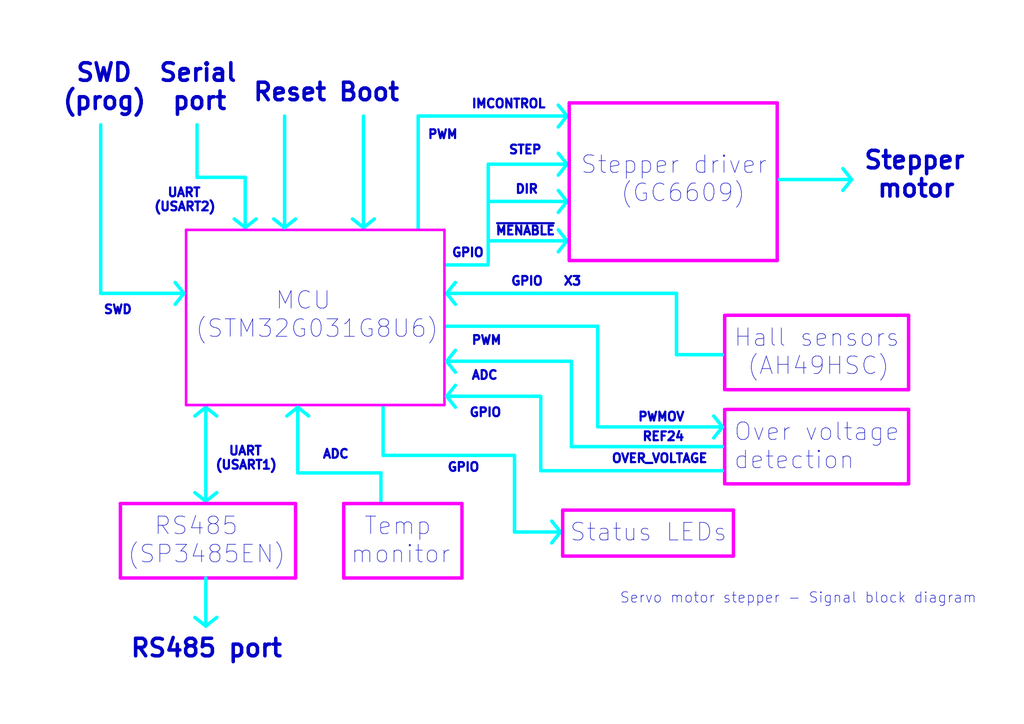
<source format=kicad_sch>
(kicad_sch
	(version 20231120)
	(generator "eeschema")
	(generator_version "8.0")
	(uuid "55f62029-af66-4168-97aa-c791fab7ce0f")
	(paper "A4")
	(title_block
		(title "Servo motor stepper M3 -  Signal block diagram")
		(date "2024-10-14")
		(rev "V5")
	)
	(lib_symbols)
	(polyline
		(pts
			(xy 173.355 95.25) (xy 173.355 123.825)
		)
		(stroke
			(width 1)
			(type solid)
			(color 0 255 255 1)
		)
		(uuid "0160bb9b-40a7-4661-a9dc-ebb2bb702385")
	)
	(polyline
		(pts
			(xy 263.525 140.335) (xy 210.82 140.335)
		)
		(stroke
			(width 1)
			(type solid)
			(color 255 0 255 1)
		)
		(uuid "01df33e9-3ea6-46dc-a882-0a09ea05795c")
	)
	(polyline
		(pts
			(xy 132.08 107.95) (xy 129.54 104.775)
		)
		(stroke
			(width 1)
			(type solid)
			(color 0 255 255 1)
		)
		(uuid "058631d5-0de5-4ebf-9dd2-e016f3913db9")
	)
	(polyline
		(pts
			(xy 263.525 118.745) (xy 263.525 140.335)
		)
		(stroke
			(width 1)
			(type solid)
			(color 255 0 255 1)
		)
		(uuid "06f91fb9-086e-4e1f-933f-888e4b7d4840")
	)
	(polyline
		(pts
			(xy 129.54 114.935) (xy 132.08 111.76)
		)
		(stroke
			(width 1)
			(type solid)
			(color 0 255 255 1)
		)
		(uuid "0c84ab2a-d1a3-4e79-9a98-0ed869e5175d")
	)
	(polyline
		(pts
			(xy 173.355 94.615) (xy 173.355 95.885)
		)
		(stroke
			(width 1)
			(type solid)
			(color 0 255 255 1)
		)
		(uuid "0f01640f-69f9-4582-8d38-99a1bf0809da")
	)
	(polyline
		(pts
			(xy 57.15 51.435) (xy 71.12 51.435)
		)
		(stroke
			(width 1)
			(type solid)
			(color 0 255 255 1)
		)
		(uuid "16a0e6cd-6a02-4940-86f0-bc77ef8e6a7c")
	)
	(polyline
		(pts
			(xy 121.285 66.04) (xy 121.285 33.655)
		)
		(stroke
			(width 1)
			(type solid)
			(color 0 255 255 1)
		)
		(uuid "17bd1896-c035-41d6-ae68-bc9fdf4b6210")
	)
	(polyline
		(pts
			(xy 149.225 132.08) (xy 149.225 154.305)
		)
		(stroke
			(width 1)
			(type solid)
			(color 0 255 255 1)
		)
		(uuid "1dd91975-d8bd-422c-b5df-1e998a7720ec")
	)
	(polyline
		(pts
			(xy 62.865 179.07) (xy 59.69 181.61)
		)
		(stroke
			(width 1)
			(type solid)
			(color 0 255 255 1)
		)
		(uuid "232bda92-52fe-4b8c-8685-4bf4dced8b73")
	)
	(polyline
		(pts
			(xy 86.36 118.11) (xy 89.535 120.65)
		)
		(stroke
			(width 1)
			(type solid)
			(color 0 255 255 1)
		)
		(uuid "266a69b7-3453-425a-8c16-b32db15885ba")
	)
	(polyline
		(pts
			(xy 210.82 118.745) (xy 263.525 118.745)
		)
		(stroke
			(width 1)
			(type solid)
			(color 255 0 255 1)
		)
		(uuid "27db86b9-f4ab-491b-a3d7-c17f785eb297")
	)
	(polyline
		(pts
			(xy 53.34 85.09) (xy 50.8 88.265)
		)
		(stroke
			(width 1)
			(type solid)
			(color 0 255 255 1)
		)
		(uuid "299e9975-29de-456d-8ae4-f6eed078d973")
	)
	(polyline
		(pts
			(xy 156.845 114.935) (xy 156.845 136.525)
		)
		(stroke
			(width 1)
			(type solid)
			(color 0 255 255 1)
		)
		(uuid "2b8853a3-a5e8-4c65-9f4d-280468285b13")
	)
	(polyline
		(pts
			(xy 210.185 91.44) (xy 210.185 113.03)
		)
		(stroke
			(width 1)
			(type solid)
			(color 255 0 255 1)
		)
		(uuid "2cbd44c2-f025-4f7d-b6b8-b008da8d9100")
	)
	(polyline
		(pts
			(xy 247.015 52.07) (xy 244.475 55.245)
		)
		(stroke
			(width 1)
			(type solid)
			(color 0 255 255 1)
		)
		(uuid "2cc5bbd1-4499-4278-aa10-d53f22eba6f2")
	)
	(polyline
		(pts
			(xy 82.55 33.655) (xy 82.55 65.405)
		)
		(stroke
			(width 1)
			(type solid)
			(color 0 255 255 1)
		)
		(uuid "2d9eacb5-3dde-4ed6-80a4-bf5db304fdab")
	)
	(polyline
		(pts
			(xy 164.465 69.85) (xy 161.925 73.025)
		)
		(stroke
			(width 1)
			(type solid)
			(color 0 255 255 1)
		)
		(uuid "303e8633-15c5-4729-869b-3ba717042dff")
	)
	(polyline
		(pts
			(xy 74.295 63.5) (xy 71.12 66.04)
		)
		(stroke
			(width 1)
			(type solid)
			(color 0 255 255 1)
		)
		(uuid "332d277a-3b39-45bc-8ade-58d466894dce")
	)
	(polyline
		(pts
			(xy 212.725 161.29) (xy 163.195 161.29)
		)
		(stroke
			(width 1)
			(type solid)
			(color 255 0 255 1)
		)
		(uuid "3409eb4c-fc38-43dc-975d-eb77c85584a1")
	)
	(polyline
		(pts
			(xy 162.56 154.305) (xy 149.225 154.305)
		)
		(stroke
			(width 1)
			(type solid)
			(color 0 255 255 1)
		)
		(uuid "34adcb31-2ef7-4b59-8115-e7bd7f972358")
	)
	(polyline
		(pts
			(xy 86.36 137.16) (xy 110.49 137.16)
		)
		(stroke
			(width 1)
			(type solid)
			(color 0 255 255 1)
		)
		(uuid "38e05e4d-35db-4ebb-87e7-38130cffbde6")
	)
	(polyline
		(pts
			(xy 196.215 85.09) (xy 196.215 102.87)
		)
		(stroke
			(width 1)
			(type solid)
			(color 0 255 255 1)
		)
		(uuid "39bf4620-3006-442f-a44d-ebcd72cb7c11")
	)
	(polyline
		(pts
			(xy 99.695 146.05) (xy 99.695 167.64)
		)
		(stroke
			(width 1)
			(type solid)
			(color 255 0 255 1)
		)
		(uuid "3a245add-6bb2-41d9-bb09-3791d74492a8")
	)
	(polyline
		(pts
			(xy 29.21 85.09) (xy 29.21 36.195)
		)
		(stroke
			(width 1)
			(type solid)
			(color 0 255 255 1)
		)
		(uuid "40723cf3-0b89-40da-8bf7-4a940de86de6")
	)
	(polyline
		(pts
			(xy 207.01 120.65) (xy 209.55 123.825)
		)
		(stroke
			(width 1)
			(type solid)
			(color 0 255 255 1)
		)
		(uuid "410d2043-dab9-4847-8ee9-dacab8eeab71")
	)
	(polyline
		(pts
			(xy 82.55 66.04) (xy 79.375 63.5)
		)
		(stroke
			(width 1)
			(type solid)
			(color 0 255 255 1)
		)
		(uuid "46ba1dd4-1541-485a-9bda-1f38f81c8384")
	)
	(polyline
		(pts
			(xy 105.41 66.04) (xy 102.235 63.5)
		)
		(stroke
			(width 1)
			(type solid)
			(color 0 255 255 1)
		)
		(uuid "497b1251-8fa2-4990-8430-31b54e5b24bb")
	)
	(polyline
		(pts
			(xy 165.1 29.845) (xy 165.1 75.565)
		)
		(stroke
			(width 1)
			(type solid)
			(color 255 0 255 1)
		)
		(uuid "4aad2026-6388-4408-bdae-679f8fe5ff8f")
	)
	(polyline
		(pts
			(xy 141.605 47.625) (xy 163.83 47.625)
		)
		(stroke
			(width 1)
			(type solid)
			(color 0 255 255 1)
		)
		(uuid "4d393061-e9be-4399-b9a8-b5d8b16431b3")
	)
	(polyline
		(pts
			(xy 156.845 114.935) (xy 130.175 114.935)
		)
		(stroke
			(width 1)
			(type solid)
			(color 0 255 255 1)
		)
		(uuid "4dd97175-4c60-47aa-98c0-962503e9a21c")
	)
	(polyline
		(pts
			(xy 161.925 30.48) (xy 164.465 33.655)
		)
		(stroke
			(width 1)
			(type solid)
			(color 0 255 255 1)
		)
		(uuid "4ed85bf0-396c-4869-b578-b0ddc5b0d4e7")
	)
	(polyline
		(pts
			(xy 83.185 120.65) (xy 86.36 118.11)
		)
		(stroke
			(width 1)
			(type solid)
			(color 0 255 255 1)
		)
		(uuid "566f6258-8f68-4426-879d-ce22e06f3cc2")
	)
	(polyline
		(pts
			(xy 128.905 66.675) (xy 128.905 117.475)
		)
		(stroke
			(width 0.75)
			(type solid)
			(color 255 0 255 1)
		)
		(uuid "65f13f14-6952-4ea4-9c2a-1b4fedcd8cf9")
	)
	(polyline
		(pts
			(xy 129.54 76.835) (xy 141.605 76.835)
		)
		(stroke
			(width 1)
			(type solid)
			(color 0 255 255 1)
		)
		(uuid "6d45bb32-f204-4b3e-b0a5-0100374e544f")
	)
	(polyline
		(pts
			(xy 59.69 167.64) (xy 59.69 180.975)
		)
		(stroke
			(width 1)
			(type solid)
			(color 0 255 255 1)
		)
		(uuid "6f388439-e805-4984-8eec-a7d00c7d4c20")
	)
	(polyline
		(pts
			(xy 133.985 167.64) (xy 99.695 167.64)
		)
		(stroke
			(width 1)
			(type solid)
			(color 255 0 255 1)
		)
		(uuid "6f42e0b1-499f-4461-8e5b-26f47b872d06")
	)
	(polyline
		(pts
			(xy 110.49 137.16) (xy 110.49 145.415)
		)
		(stroke
			(width 1)
			(type solid)
			(color 0 255 255 1)
		)
		(uuid "7099a78d-f522-434d-99bc-469926ee366c")
	)
	(polyline
		(pts
			(xy 225.425 75.565) (xy 165.1 75.565)
		)
		(stroke
			(width 1)
			(type solid)
			(color 255 0 255 1)
		)
		(uuid "7164fa45-2b01-461f-836e-ff48ebf46ee1")
	)
	(polyline
		(pts
			(xy 142.24 69.85) (xy 163.83 69.85)
		)
		(stroke
			(width 1)
			(type solid)
			(color 0 255 255 1)
		)
		(uuid "72337394-4dbe-4136-a565-266031d45b85")
	)
	(polyline
		(pts
			(xy 161.925 66.675) (xy 164.465 69.85)
		)
		(stroke
			(width 1)
			(type solid)
			(color 0 255 255 1)
		)
		(uuid "76a5f305-3510-4aef-80ac-f429a7f7bb71")
	)
	(polyline
		(pts
			(xy 128.905 117.475) (xy 53.975 117.475)
		)
		(stroke
			(width 0.75)
			(type solid)
			(color 255 0 255 1)
		)
		(uuid "793fd96f-dc10-464e-a261-14779b2ba9d6")
	)
	(polyline
		(pts
			(xy 165.735 94.615) (xy 173.355 94.615)
		)
		(stroke
			(width 1)
			(type solid)
			(color 0 255 255 1)
		)
		(uuid "79ddfd76-e2d1-428c-8d09-a58b96b6f8e3")
	)
	(polyline
		(pts
			(xy 162.56 154.305) (xy 160.02 157.48)
		)
		(stroke
			(width 1)
			(type solid)
			(color 0 255 255 1)
		)
		(uuid "7cc3eaf9-1fc9-4c06-bee3-9ec51b08bcd0")
	)
	(polyline
		(pts
			(xy 59.69 118.11) (xy 59.69 144.78)
		)
		(stroke
			(width 1)
			(type solid)
			(color 0 255 255 1)
		)
		(uuid "7d46fc92-925e-4245-8197-ef28e171b38e")
	)
	(polyline
		(pts
			(xy 99.695 146.05) (xy 133.985 146.05)
		)
		(stroke
			(width 1)
			(type solid)
			(color 255 0 255 1)
		)
		(uuid "7f34cb4e-1cec-497d-84ef-29e7fa0802c1")
	)
	(polyline
		(pts
			(xy 244.475 48.895) (xy 247.015 52.07)
		)
		(stroke
			(width 1)
			(type solid)
			(color 0 255 255 1)
		)
		(uuid "8264c137-82a8-4c01-89b1-4484b8ac1bb2")
	)
	(polyline
		(pts
			(xy 263.525 113.03) (xy 210.82 113.03)
		)
		(stroke
			(width 1)
			(type solid)
			(color 255 0 255 1)
		)
		(uuid "82adcefa-025c-46c9-9830-b502a5066218")
	)
	(polyline
		(pts
			(xy 226.06 52.07) (xy 246.38 52.07)
		)
		(stroke
			(width 1)
			(type solid)
			(color 0 255 255 1)
		)
		(uuid "84011ab5-8ef8-44f7-95de-aa1881837026")
	)
	(polyline
		(pts
			(xy 111.125 132.08) (xy 149.225 132.08)
		)
		(stroke
			(width 1)
			(type solid)
			(color 0 255 255 1)
		)
		(uuid "87c80c6c-14dc-41ea-8a05-d3b29f2c8244")
	)
	(polyline
		(pts
			(xy 132.08 88.265) (xy 129.54 85.09)
		)
		(stroke
			(width 1)
			(type solid)
			(color 0 255 255 1)
		)
		(uuid "89eaefa4-b4cf-4568-aa94-d81de9c3b1a4")
	)
	(polyline
		(pts
			(xy 173.99 123.825) (xy 209.55 123.825)
		)
		(stroke
			(width 1)
			(type solid)
			(color 0 255 255 1)
		)
		(uuid "8a4e0be6-a3dc-4ba9-8a7f-d965408b6985")
	)
	(polyline
		(pts
			(xy 85.725 63.5) (xy 82.55 66.04)
		)
		(stroke
			(width 1)
			(type solid)
			(color 0 255 255 1)
		)
		(uuid "8a57c779-3740-41c4-946c-502cd5839ec8")
	)
	(polyline
		(pts
			(xy 53.975 66.675) (xy 128.905 66.675)
		)
		(stroke
			(width 0.75)
			(type solid)
			(color 255 0 255 1)
		)
		(uuid "8e294f62-0034-4815-98f2-6d03536ed01c")
	)
	(polyline
		(pts
			(xy 59.69 118.11) (xy 62.865 120.65)
		)
		(stroke
			(width 1)
			(type solid)
			(color 0 255 255 1)
		)
		(uuid "8e7858ed-bb0d-4797-85d8-1767f629b69e")
	)
	(polyline
		(pts
			(xy 132.08 118.11) (xy 129.54 114.935)
		)
		(stroke
			(width 1)
			(type solid)
			(color 0 255 255 1)
		)
		(uuid "9204f4a7-7148-40fa-9cbe-1a0f53ba6402")
	)
	(polyline
		(pts
			(xy 111.125 118.11) (xy 111.125 132.08)
		)
		(stroke
			(width 1)
			(type solid)
			(color 0 255 255 1)
		)
		(uuid "9345b0a5-e8e8-449e-8cbc-0a77aac856cc")
	)
	(polyline
		(pts
			(xy 161.925 44.45) (xy 164.465 47.625)
		)
		(stroke
			(width 1)
			(type solid)
			(color 0 255 255 1)
		)
		(uuid "946fbd2a-fcf9-4f0f-8e75-f0c72a9c3a44")
	)
	(polyline
		(pts
			(xy 59.69 145.415) (xy 56.515 142.875)
		)
		(stroke
			(width 1)
			(type solid)
			(color 0 255 255 1)
		)
		(uuid "95fae609-b5b4-48bf-bb9a-f16aa166fa3b")
	)
	(polyline
		(pts
			(xy 165.735 94.615) (xy 129.54 94.615)
		)
		(stroke
			(width 1)
			(type solid)
			(color 0 255 255 1)
		)
		(uuid "96480aa8-954e-4992-861a-dcad4391abb2")
	)
	(polyline
		(pts
			(xy 163.195 147.955) (xy 163.195 161.29)
		)
		(stroke
			(width 1)
			(type solid)
			(color 255 0 255 1)
		)
		(uuid "97d12699-8d24-4b52-9bfb-b9e83aea6d80")
	)
	(polyline
		(pts
			(xy 59.69 181.61) (xy 56.515 179.07)
		)
		(stroke
			(width 1)
			(type solid)
			(color 0 255 255 1)
		)
		(uuid "9890f739-c45e-496e-8bf0-b8a07e764fad")
	)
	(polyline
		(pts
			(xy 29.21 85.09) (xy 52.705 85.09)
		)
		(stroke
			(width 1)
			(type solid)
			(color 0 255 255 1)
		)
		(uuid "9921e327-7516-452d-b92d-13d24234859f")
	)
	(polyline
		(pts
			(xy 34.925 146.05) (xy 85.725 146.05)
		)
		(stroke
			(width 1)
			(type solid)
			(color 255 0 255 1)
		)
		(uuid "9c779296-a30a-45a2-96fc-2b66f4f9291e")
	)
	(polyline
		(pts
			(xy 196.215 85.09) (xy 130.175 85.09)
		)
		(stroke
			(width 1)
			(type solid)
			(color 0 255 255 1)
		)
		(uuid "a26836ca-7cf0-43ec-8e05-9d85833028ce")
	)
	(polyline
		(pts
			(xy 85.725 167.64) (xy 34.925 167.64)
		)
		(stroke
			(width 1)
			(type solid)
			(color 255 0 255 1)
		)
		(uuid "a3400890-323b-459c-9a52-bfcebff4ef6d")
	)
	(polyline
		(pts
			(xy 209.55 123.825) (xy 207.01 127)
		)
		(stroke
			(width 1)
			(type solid)
			(color 0 255 255 1)
		)
		(uuid "a6f69231-1cd5-432f-8389-d23c419ca8b1")
	)
	(polyline
		(pts
			(xy 121.285 33.655) (xy 163.83 33.655)
		)
		(stroke
			(width 1)
			(type solid)
			(color 0 255 255 1)
		)
		(uuid "a77e3323-fd0e-449f-9537-3003f04ae49f")
	)
	(polyline
		(pts
			(xy 160.02 151.13) (xy 162.56 154.305)
		)
		(stroke
			(width 1)
			(type solid)
			(color 0 255 255 1)
		)
		(uuid "a7e21cf9-fae9-4a40-b2b5-7ffb5c227b2d")
	)
	(polyline
		(pts
			(xy 141.605 76.2) (xy 141.605 47.625)
		)
		(stroke
			(width 1)
			(type solid)
			(color 0 255 255 1)
		)
		(uuid "aa6c2709-0178-41c1-8603-8d1e32d8a9a9")
	)
	(polyline
		(pts
			(xy 53.975 66.675) (xy 53.975 117.475)
		)
		(stroke
			(width 0.75)
			(type solid)
			(color 255 0 255 1)
		)
		(uuid "ac4f3832-23bc-45f3-a281-4bbd54dd6256")
	)
	(polyline
		(pts
			(xy 210.82 91.44) (xy 263.525 91.44)
		)
		(stroke
			(width 1)
			(type solid)
			(color 255 0 255 1)
		)
		(uuid "ae34ea0b-447b-470c-9191-f750b2470508")
	)
	(polyline
		(pts
			(xy 209.55 136.525) (xy 156.845 136.525)
		)
		(stroke
			(width 1)
			(type solid)
			(color 0 255 255 1)
		)
		(uuid "ae90db71-9cc8-4998-b3b0-c2e9e5649664")
	)
	(polyline
		(pts
			(xy 129.54 104.775) (xy 132.08 101.6)
		)
		(stroke
			(width 1)
			(type solid)
			(color 0 255 255 1)
		)
		(uuid "b327410f-ccb2-46fb-8c50-7c78415375d2")
	)
	(polyline
		(pts
			(xy 161.925 55.245) (xy 164.465 58.42)
		)
		(stroke
			(width 1)
			(type solid)
			(color 0 255 255 1)
		)
		(uuid "b41a4f0b-a057-453b-9715-ed46bb19aabe")
	)
	(polyline
		(pts
			(xy 164.465 33.655) (xy 161.925 36.83)
		)
		(stroke
			(width 1)
			(type solid)
			(color 0 255 255 1)
		)
		(uuid "b6ee2474-a003-4b0b-8253-3b604decc08a")
	)
	(polyline
		(pts
			(xy 164.465 58.42) (xy 161.925 61.595)
		)
		(stroke
			(width 1)
			(type solid)
			(color 0 255 255 1)
		)
		(uuid "b721c08f-4acc-4495-a369-ad58ad6b543f")
	)
	(polyline
		(pts
			(xy 225.425 29.845) (xy 225.425 75.565)
		)
		(stroke
			(width 1)
			(type solid)
			(color 255 0 255 1)
		)
		(uuid "bf5071b1-cbe0-462e-99d2-65b507daa19b")
	)
	(polyline
		(pts
			(xy 164.465 47.625) (xy 161.925 50.8)
		)
		(stroke
			(width 1)
			(type solid)
			(color 0 255 255 1)
		)
		(uuid "c598fc40-0d9f-4eea-8fb7-b4332dc8806b")
	)
	(polyline
		(pts
			(xy 50.8 81.915) (xy 53.34 85.09)
		)
		(stroke
			(width 1)
			(type solid)
			(color 0 255 255 1)
		)
		(uuid "c60ed070-20c0-46b5-bd37-49a6c5830298")
	)
	(polyline
		(pts
			(xy 163.195 147.955) (xy 212.725 147.955)
		)
		(stroke
			(width 1)
			(type solid)
			(color 255 0 255 1)
		)
		(uuid "c70ddcd9-9ec7-4fa5-96c6-883cb8424a00")
	)
	(polyline
		(pts
			(xy 71.12 66.04) (xy 67.945 63.5)
		)
		(stroke
			(width 1)
			(type solid)
			(color 0 255 255 1)
		)
		(uuid "c9220dea-85da-4683-b231-7062ca06b340")
	)
	(polyline
		(pts
			(xy 85.725 146.05) (xy 85.725 167.64)
		)
		(stroke
			(width 1)
			(type solid)
			(color 255 0 255 1)
		)
		(uuid "ce2f570d-c80d-42dc-975e-69bd3a69a621")
	)
	(polyline
		(pts
			(xy 71.12 51.435) (xy 71.12 65.405)
		)
		(stroke
			(width 1)
			(type solid)
			(color 0 255 255 1)
		)
		(uuid "d26c8392-aa4d-451c-a401-ed566d625def")
	)
	(polyline
		(pts
			(xy 165.735 104.775) (xy 130.175 104.775)
		)
		(stroke
			(width 1)
			(type solid)
			(color 0 255 255 1)
		)
		(uuid "d3d173a7-2418-430e-a38b-a3699d8d6046")
	)
	(polyline
		(pts
			(xy 86.36 118.11) (xy 86.36 137.16)
		)
		(stroke
			(width 1)
			(type solid)
			(color 0 255 255 1)
		)
		(uuid "e003d16a-89d5-4267-915e-896c28457367")
	)
	(polyline
		(pts
			(xy 34.925 146.05) (xy 34.925 167.64)
		)
		(stroke
			(width 1)
			(type solid)
			(color 255 0 255 1)
		)
		(uuid "e00d0096-e6cb-4c09-816a-d745881b1dfc")
	)
	(polyline
		(pts
			(xy 62.865 142.875) (xy 59.69 145.415)
		)
		(stroke
			(width 1)
			(type solid)
			(color 0 255 255 1)
		)
		(uuid "e197ede2-1818-4360-8362-2d8ac698a21e")
	)
	(polyline
		(pts
			(xy 57.15 51.435) (xy 57.15 36.195)
		)
		(stroke
			(width 1)
			(type solid)
			(color 0 255 255 1)
		)
		(uuid "e21d5d0f-f45e-4d18-a617-c5256e35a57e")
	)
	(polyline
		(pts
			(xy 133.985 146.05) (xy 133.985 167.64)
		)
		(stroke
			(width 1)
			(type solid)
			(color 255 0 255 1)
		)
		(uuid "e3b62004-3094-412e-9e49-346905ac08c0")
	)
	(polyline
		(pts
			(xy 165.735 129.54) (xy 209.55 129.54)
		)
		(stroke
			(width 1)
			(type solid)
			(color 0 255 255 1)
		)
		(uuid "e4d6bf22-99b1-4224-b202-bfe4d8e138e0")
	)
	(polyline
		(pts
			(xy 141.605 58.42) (xy 163.83 58.42)
		)
		(stroke
			(width 1)
			(type solid)
			(color 0 255 255 1)
		)
		(uuid "e67c77f2-0237-44d3-b5c3-a143fbd214a6")
	)
	(polyline
		(pts
			(xy 263.525 91.44) (xy 263.525 113.03)
		)
		(stroke
			(width 1)
			(type solid)
			(color 255 0 255 1)
		)
		(uuid "e99f8c07-f214-4180-864c-d7ada9a1fb7c")
	)
	(polyline
		(pts
			(xy 105.41 33.655) (xy 105.41 65.405)
		)
		(stroke
			(width 1)
			(type solid)
			(color 0 255 255 1)
		)
		(uuid "ea884524-24e2-41d6-8f1f-7f4c6151bb8d")
	)
	(polyline
		(pts
			(xy 108.585 63.5) (xy 105.41 66.04)
		)
		(stroke
			(width 1)
			(type solid)
			(color 0 255 255 1)
		)
		(uuid "f41d4756-17ba-4ea7-aa2c-387111470910")
	)
	(polyline
		(pts
			(xy 165.1 29.845) (xy 225.425 29.845)
		)
		(stroke
			(width 1)
			(type solid)
			(color 255 0 255 1)
		)
		(uuid "f8480a6f-f197-4add-9014-2172d61d65ca")
	)
	(polyline
		(pts
			(xy 165.735 104.775) (xy 165.735 129.54)
		)
		(stroke
			(width 1)
			(type solid)
			(color 0 255 255 1)
		)
		(uuid "f862de0b-5827-4ca7-813f-1c2662fe42c4")
	)
	(polyline
		(pts
			(xy 209.55 102.87) (xy 196.215 102.87)
		)
		(stroke
			(width 1)
			(type solid)
			(color 0 255 255 1)
		)
		(uuid "f8e080ad-c41a-44b7-844c-e775233bc0a8")
	)
	(polyline
		(pts
			(xy 56.515 120.65) (xy 59.69 118.11)
		)
		(stroke
			(width 1)
			(type solid)
			(color 0 255 255 1)
		)
		(uuid "fa4677c9-a253-486f-8ce7-55abc134f096")
	)
	(polyline
		(pts
			(xy 212.725 147.955) (xy 212.725 161.29)
		)
		(stroke
			(width 1)
			(type solid)
			(color 255 0 255 1)
		)
		(uuid "fb22dd9f-fa86-48af-b17b-9612059dc8b6")
	)
	(polyline
		(pts
			(xy 210.185 118.745) (xy 210.185 140.335)
		)
		(stroke
			(width 1)
			(type solid)
			(color 255 0 255 1)
		)
		(uuid "fde88487-90de-4813-97e9-22ae5dfae889")
	)
	(polyline
		(pts
			(xy 129.54 85.09) (xy 132.08 81.915)
		)
		(stroke
			(width 1)
			(type solid)
			(color 0 255 255 1)
		)
		(uuid "fefa01fb-24b3-43da-a85c-54c66bf7311b")
	)
	(text "~{MENABLE}"
		(exclude_from_sim no)
		(at 143.51 68.58 0)
		(effects
			(font
				(size 2.54 2.54)
				(thickness 1.016)
				(bold yes)
			)
			(justify left bottom)
		)
		(uuid "0306a389-d773-48c0-b506-b4fc1c7b3103")
	)
	(text "Stepper driver\n   (GC6609)"
		(exclude_from_sim no)
		(at 168.275 59.055 0)
		(effects
			(font
				(size 5.08 5.08)
			)
			(justify left bottom)
		)
		(uuid "25a47439-cdf4-436d-8824-5a3b87c9ca49")
	)
	(text "Serial\n port"
		(exclude_from_sim no)
		(at 45.72 32.385 0)
		(effects
			(font
				(size 5.08 5.08)
				(thickness 1.016)
				(bold yes)
			)
			(justify left bottom)
		)
		(uuid "2cf457ec-01bc-4338-93d4-014d72c260eb")
	)
	(text "REF24"
		(exclude_from_sim no)
		(at 186.055 128.27 0)
		(effects
			(font
				(size 2.54 2.54)
				(thickness 1.016)
				(bold yes)
			)
			(justify left bottom)
		)
		(uuid "2e8598d1-76f5-4b81-9377-a05469d76b24")
	)
	(text "  RS485\n(SP3485EN)"
		(exclude_from_sim no)
		(at 36.83 163.83 0)
		(effects
			(font
				(size 5.08 5.08)
			)
			(justify left bottom)
		)
		(uuid "3d827aa1-ff9c-4171-b100-10607c1952d7")
	)
	(text " Temp\nmonitor"
		(exclude_from_sim no)
		(at 101.6 163.83 0)
		(effects
			(font
				(size 5.08 5.08)
			)
			(justify left bottom)
		)
		(uuid "4a52f72c-ca90-46f1-b7fa-21b3ac47ff4c")
	)
	(text "  UART\n(USART2)"
		(exclude_from_sim no)
		(at 44.45 61.595 0)
		(effects
			(font
				(size 2.54 2.54)
				(thickness 1.016)
				(bold yes)
			)
			(justify left bottom)
		)
		(uuid "4c1748e3-d4fd-42bb-b483-4c86a5f32e3e")
	)
	(text "      MCU\n(STM32G031G8U6)"
		(exclude_from_sim no)
		(at 56.515 98.425 0)
		(effects
			(font
				(size 5.08 5.08)
			)
			(justify left bottom)
		)
		(uuid "6099760b-ffe1-4054-98b7-6889c08e16bd")
	)
	(text "IMCONTROL"
		(exclude_from_sim no)
		(at 136.525 31.75 0)
		(effects
			(font
				(size 2.54 2.54)
				(thickness 1.016)
				(bold yes)
			)
			(justify left bottom)
		)
		(uuid "62dc8ea7-8208-4ea8-8c88-111f7b918189")
	)
	(text "ADC"
		(exclude_from_sim no)
		(at 93.345 133.35 0)
		(effects
			(font
				(size 2.54 2.54)
				(thickness 1.016)
				(bold yes)
			)
			(justify left bottom)
		)
		(uuid "673a4462-b109-4a7d-9a35-e6cebf415301")
	)
	(text "  UART\n(USART1)"
		(exclude_from_sim no)
		(at 62.23 136.525 0)
		(effects
			(font
				(size 2.54 2.54)
				(thickness 1.016)
				(bold yes)
			)
			(justify left bottom)
		)
		(uuid "687a1f6f-8780-406a-b095-b7d074b5efb8")
	)
	(text "PWM"
		(exclude_from_sim no)
		(at 136.525 100.33 0)
		(effects
			(font
				(size 2.54 2.54)
				(thickness 1.016)
				(bold yes)
			)
			(justify left bottom)
		)
		(uuid "6b558bc8-9b1e-462b-b2c5-72340ac7489f")
	)
	(text "GPIO"
		(exclude_from_sim no)
		(at 130.81 74.93 0)
		(effects
			(font
				(size 2.54 2.54)
				(thickness 1.016)
				(bold yes)
			)
			(justify left bottom)
		)
		(uuid "7bba3167-a655-4a3b-9572-010169bad36b")
	)
	(text "STEP"
		(exclude_from_sim no)
		(at 147.32 45.085 0)
		(effects
			(font
				(size 2.54 2.54)
				(thickness 1.016)
				(bold yes)
			)
			(justify left bottom)
		)
		(uuid "7bfe9e35-2194-4f4f-b870-912adeb9da52")
	)
	(text "X3"
		(exclude_from_sim no)
		(at 163.195 83.185 0)
		(effects
			(font
				(size 2.54 2.54)
				(thickness 1.016)
				(bold yes)
			)
			(justify left bottom)
		)
		(uuid "7c4cdafa-7540-47d0-8fdf-2cfdb95ef711")
	)
	(text " SWD\n(prog)"
		(exclude_from_sim no)
		(at 17.78 32.385 0)
		(effects
			(font
				(size 5.08 5.08)
				(thickness 1.016)
				(bold yes)
			)
			(justify left bottom)
		)
		(uuid "907c43af-cb83-4907-8b4c-440f534d9b10")
	)
	(text "Over voltage\ndetection"
		(exclude_from_sim no)
		(at 212.725 136.525 0)
		(effects
			(font
				(size 5.08 5.08)
			)
			(justify left bottom)
		)
		(uuid "94db8ab0-fcf4-4e31-b697-784bea86c35f")
	)
	(text "OVER_VOLTAGE"
		(exclude_from_sim no)
		(at 177.165 134.62 0)
		(effects
			(font
				(size 2.54 2.54)
				(thickness 1.016)
				(bold yes)
			)
			(justify left bottom)
		)
		(uuid "980f2a8f-a880-4622-b609-81f2cc363877")
	)
	(text "Status LEDs"
		(exclude_from_sim no)
		(at 165.1 157.48 0)
		(effects
			(font
				(size 5.08 5.08)
			)
			(justify left bottom)
		)
		(uuid "9bd0d460-e1ed-42e3-b5ae-d923f82244c3")
	)
	(text "ADC"
		(exclude_from_sim no)
		(at 136.525 110.49 0)
		(effects
			(font
				(size 2.54 2.54)
				(thickness 1.016)
				(bold yes)
			)
			(justify left bottom)
		)
		(uuid "a17adc27-aa84-41ce-88c0-d1d7980ad4a7")
	)
	(text "Boot"
		(exclude_from_sim no)
		(at 97.79 29.845 0)
		(effects
			(font
				(size 5.08 5.08)
				(thickness 1.016)
				(bold yes)
			)
			(justify left bottom)
		)
		(uuid "a25bb2ab-7eb7-4395-92d8-669afec33b58")
	)
	(text "GPIO"
		(exclude_from_sim no)
		(at 147.955 83.185 0)
		(effects
			(font
				(size 2.54 2.54)
				(thickness 1.016)
				(bold yes)
			)
			(justify left bottom)
		)
		(uuid "a8ee3644-3b19-4111-aec1-2af42edcafbe")
	)
	(text "PWMOV"
		(exclude_from_sim no)
		(at 184.785 122.555 0)
		(effects
			(font
				(size 2.54 2.54)
				(thickness 1.016)
				(bold yes)
			)
			(justify left bottom)
		)
		(uuid "b1bc9926-1c4b-40f7-b3ab-3bf14cc3939e")
	)
	(text "Reset"
		(exclude_from_sim no)
		(at 73.025 29.845 0)
		(effects
			(font
				(size 5.08 5.08)
				(thickness 1.016)
				(bold yes)
			)
			(justify left bottom)
		)
		(uuid "b6578426-8552-4973-9970-ae7467a33c72")
	)
	(text "DIR"
		(exclude_from_sim no)
		(at 149.225 56.515 0)
		(effects
			(font
				(size 2.54 2.54)
				(thickness 1.016)
				(bold yes)
			)
			(justify left bottom)
		)
		(uuid "c9dd3c25-2a4b-48f9-b241-1ab2ff1847a6")
	)
	(text "Stepper\n motor"
		(exclude_from_sim no)
		(at 250.19 57.785 0)
		(effects
			(font
				(size 5.08 5.08)
				(thickness 1.016)
				(bold yes)
			)
			(justify left bottom)
		)
		(uuid "cc049191-e591-47ad-8eaf-b9b077413515")
	)
	(text "PWM"
		(exclude_from_sim no)
		(at 123.825 40.64 0)
		(effects
			(font
				(size 2.54 2.54)
				(thickness 1.016)
				(bold yes)
			)
			(justify left bottom)
		)
		(uuid "d9b9c27d-8998-43e6-9c42-a6c635a32565")
	)
	(text "GPIO"
		(exclude_from_sim no)
		(at 135.89 121.285 0)
		(effects
			(font
				(size 2.54 2.54)
				(thickness 1.016)
				(bold yes)
			)
			(justify left bottom)
		)
		(uuid "e210297d-26f6-47a2-953b-98d69dce99fb")
	)
	(text "RS485 port"
		(exclude_from_sim no)
		(at 37.465 191.135 0)
		(effects
			(font
				(size 5.08 5.08)
				(thickness 1.016)
				(bold yes)
			)
			(justify left bottom)
		)
		(uuid "e463dc67-5dfe-4c85-b969-faab3b51e781")
	)
	(text "Servo motor stepper - Signal block diagram"
		(exclude_from_sim no)
		(at 179.705 175.26 0)
		(effects
			(font
				(size 3 3)
			)
			(justify left bottom)
		)
		(uuid "e4adba42-d137-4631-96d4-45c791b149da")
	)
	(text "Hall sensors\n (AH49HSC)"
		(exclude_from_sim no)
		(at 212.725 109.22 0)
		(effects
			(font
				(size 5.08 5.08)
			)
			(justify left bottom)
		)
		(uuid "ec5c4dfc-e68a-40e3-ae7e-c7204bc1e336")
	)
	(text "SWD"
		(exclude_from_sim no)
		(at 29.845 91.44 0)
		(effects
			(font
				(size 2.54 2.54)
				(thickness 1.016)
				(bold yes)
			)
			(justify left bottom)
		)
		(uuid "f5cecdcf-926d-49bd-853e-ec95505d0122")
	)
	(text "GPIO"
		(exclude_from_sim no)
		(at 129.54 137.16 0)
		(effects
			(font
				(size 2.54 2.54)
				(thickness 1.016)
				(bold yes)
			)
			(justify left bottom)
		)
		(uuid "fe7fa6ce-047f-4464-950b-803e86ec5be1")
	)
)

</source>
